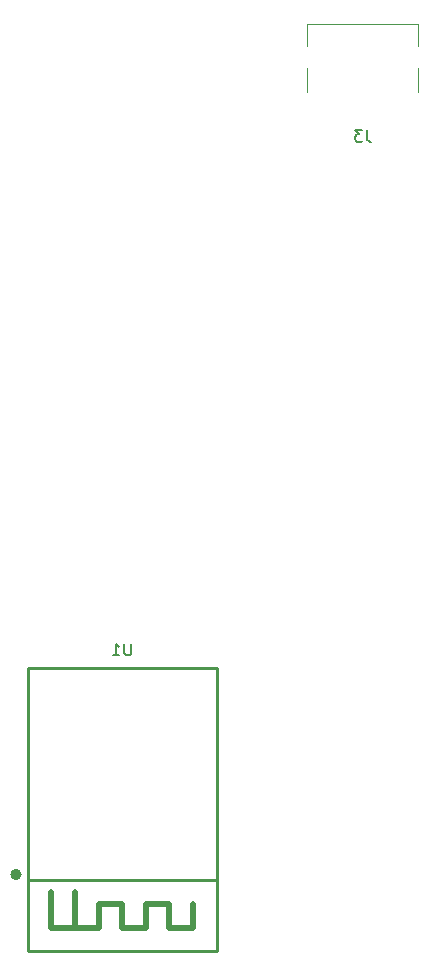
<source format=gbr>
%TF.GenerationSoftware,KiCad,Pcbnew,(5.1.7-0-10_14)*%
%TF.CreationDate,2020-11-18T23:57:46+08:00*%
%TF.ProjectId,bbb_zs3l,6262625f-7a73-4336-9c2e-6b696361645f,rev?*%
%TF.SameCoordinates,Original*%
%TF.FileFunction,Legend,Bot*%
%TF.FilePolarity,Positive*%
%FSLAX46Y46*%
G04 Gerber Fmt 4.6, Leading zero omitted, Abs format (unit mm)*
G04 Created by KiCad (PCBNEW (5.1.7-0-10_14)) date 2020-11-18 23:57:46*
%MOMM*%
%LPD*%
G01*
G04 APERTURE LIST*
%ADD10C,0.120000*%
%ADD11C,0.254000*%
%ADD12C,0.499999*%
%ADD13C,0.508000*%
%ADD14C,0.150000*%
G04 APERTURE END LIST*
D10*
%TO.C,J3*%
X156310100Y-50132400D02*
X165710100Y-50132400D01*
X165710100Y-55932400D02*
X165710100Y-53932400D01*
X165710100Y-52032400D02*
X165710100Y-50132400D01*
X156310100Y-55932400D02*
X156310100Y-53932400D01*
X156310100Y-52032400D02*
X156310100Y-50132400D01*
D11*
%TO.C,U1*%
X132629862Y-104672525D02*
X132629862Y-128672477D01*
X148629830Y-104672525D02*
X132629862Y-104672525D01*
X148629830Y-128672477D02*
X148629830Y-104672525D01*
X132629862Y-128672477D02*
X148629830Y-128672477D01*
D12*
X131862528Y-122172382D02*
G75*
G03*
X131862528Y-122172382I-232410J0D01*
G01*
D13*
X136629930Y-126672348D02*
X136629930Y-123672354D01*
X134629934Y-126672348D02*
X136629930Y-126672348D01*
X134629934Y-123672354D02*
X134629934Y-126672348D01*
X146629809Y-126672348D02*
X146629809Y-124672352D01*
X144629813Y-126672348D02*
X146629809Y-126672348D01*
X144629813Y-124672352D02*
X144629813Y-126672348D01*
X142629944Y-124672352D02*
X144629813Y-124672352D01*
X142629944Y-126672348D02*
X142629944Y-124672352D01*
X140629948Y-126672348D02*
X142629944Y-126672348D01*
X140629948Y-124672352D02*
X140629948Y-126672348D01*
X138629926Y-124672352D02*
X140629948Y-124672352D01*
X138629926Y-126672348D02*
X138629926Y-124672352D01*
X136629930Y-126672348D02*
X138629926Y-126672348D01*
D11*
X132629938Y-122672356D02*
X148631938Y-122672356D01*
%TO.C,J3*%
D14*
X161343433Y-59129780D02*
X161343433Y-59844066D01*
X161391052Y-59986923D01*
X161486290Y-60082161D01*
X161629147Y-60129780D01*
X161724385Y-60129780D01*
X160962480Y-59129780D02*
X160343433Y-59129780D01*
X160676766Y-59510733D01*
X160533909Y-59510733D01*
X160438671Y-59558352D01*
X160391052Y-59605971D01*
X160343433Y-59701209D01*
X160343433Y-59939304D01*
X160391052Y-60034542D01*
X160438671Y-60082161D01*
X160533909Y-60129780D01*
X160819623Y-60129780D01*
X160914861Y-60082161D01*
X160962480Y-60034542D01*
%TO.C,U1*%
X141392004Y-102624780D02*
X141392004Y-103434304D01*
X141344385Y-103529542D01*
X141296766Y-103577161D01*
X141201528Y-103624780D01*
X141011052Y-103624780D01*
X140915814Y-103577161D01*
X140868195Y-103529542D01*
X140820576Y-103434304D01*
X140820576Y-102624780D01*
X139820576Y-103624780D02*
X140392004Y-103624780D01*
X140106290Y-103624780D02*
X140106290Y-102624780D01*
X140201528Y-102767638D01*
X140296766Y-102862876D01*
X140392004Y-102910495D01*
%TD*%
M02*

</source>
